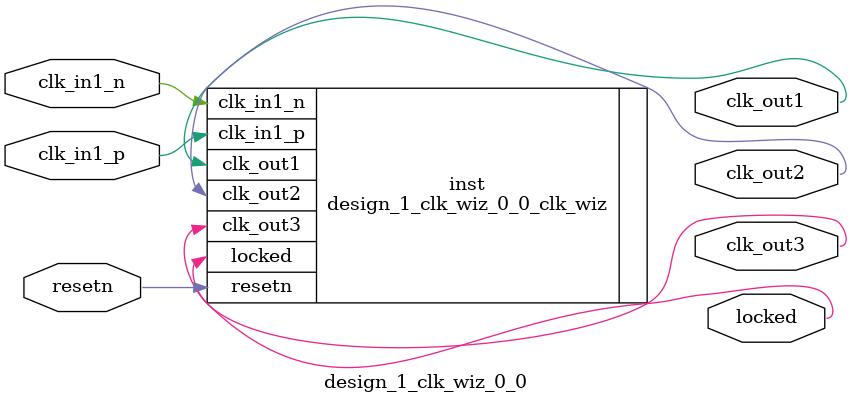
<source format=v>


`timescale 1ps/1ps

(* CORE_GENERATION_INFO = "design_1_clk_wiz_0_0,clk_wiz_v5_3_3_0,{component_name=design_1_clk_wiz_0_0,use_phase_alignment=true,use_min_o_jitter=false,use_max_i_jitter=false,use_dyn_phase_shift=false,use_inclk_switchover=false,use_dyn_reconfig=false,enable_axi=0,feedback_source=FDBK_AUTO,PRIMITIVE=MMCM,num_out_clk=3,clkin1_period=5.0,clkin2_period=10.0,use_power_down=false,use_reset=true,use_locked=true,use_inclk_stopped=false,feedback_type=SINGLE,CLOCK_MGR_TYPE=NA,manual_override=false}" *)

module design_1_clk_wiz_0_0 
 (
  // Clock out ports
  output        clk_out1,
  output        clk_out2,
  output        clk_out3,
  // Status and control signals
  input         resetn,
  output        locked,
 // Clock in ports
  input         clk_in1_p,
  input         clk_in1_n
 );

  design_1_clk_wiz_0_0_clk_wiz inst
  (
  // Clock out ports  
  .clk_out1(clk_out1),
  .clk_out2(clk_out2),
  .clk_out3(clk_out3),
  // Status and control signals               
  .resetn(resetn), 
  .locked(locked),
 // Clock in ports
  .clk_in1_p(clk_in1_p),
  .clk_in1_n(clk_in1_n)
  );

endmodule

</source>
